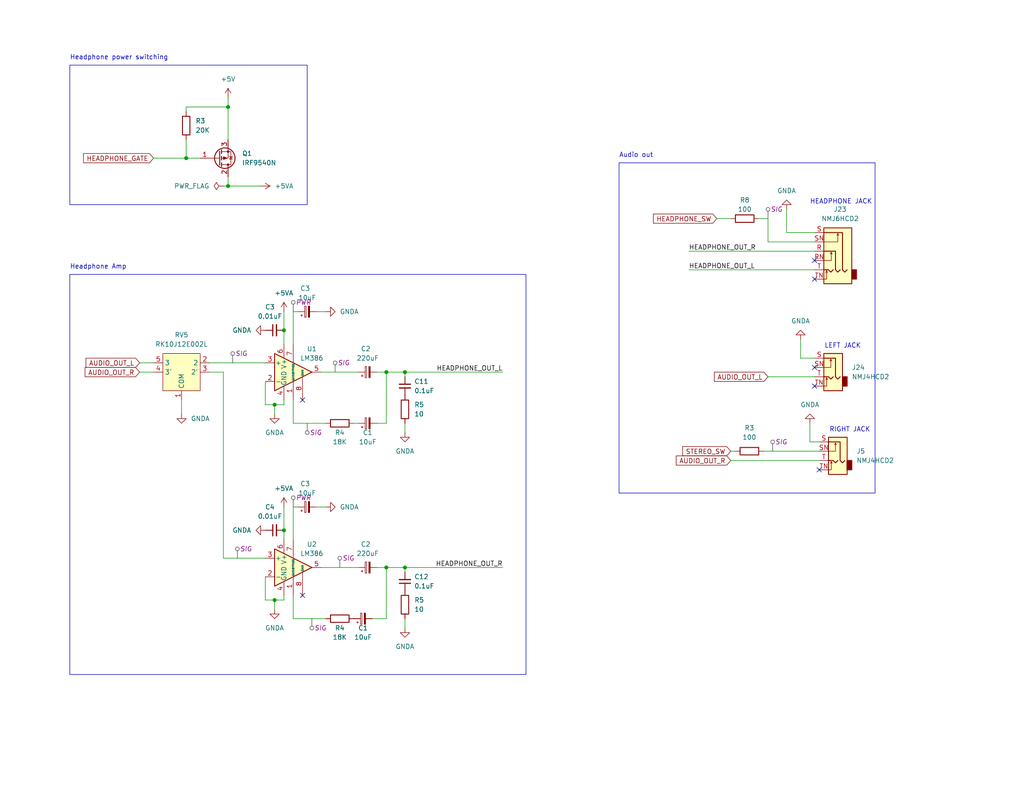
<source format=kicad_sch>
(kicad_sch (version 20230121) (generator eeschema)
  (paper "USLetter")
  (title_block (title "Olm") (date "2023-09-09") (rev "1.0") (company "Eric Max Kaplin"))
  (lib_symbols
    (symbol "Amplifier_Audio:LM386" (pin_names (offset 0.127))
      (property "Reference" "U" (at 1.27 7.62 0))
      (property "Value" "LM386" (at 1.27 5.08 0))
      (symbol "LM386_0_1"
        (polyline (pts (xy 5.08 0) (xy -5.08 5.08) (xy -5.08 -5.08) (xy 5.08 0)) (stroke (width 0.254)) (fill (type background)))
      )
      (symbol "LM386_1_1"
        (pin input line (at 0 -7.62 90) (length 5.08) (name "GAIN") (number "1"))
        (pin input line (at -7.62 -2.54 0) (length 2.54) (name "-") (number "2"))
        (pin input line (at -7.62 2.54 0) (length 2.54) (name "+") (number "3"))
        (pin power_in line (at -2.54 -7.62 90) (length 3.81) (name "GND") (number "4"))
        (pin output line (at 7.62 0 180) (length 2.54) (name "~") (number "5"))
        (pin power_in line (at -2.54 7.62 270) (length 3.81) (name "V+") (number "6"))
        (pin input line (at 0 7.62 270) (length 5.08) (name "BYPASS") (number "7"))
        (pin input line (at 2.54 -7.62 90) (length 6.35) (name "GAIN") (number "8"))
      )
    )
    (symbol "Connector:Conn_01x02_Socket" (pin_names (offset 1.016) hide)
      (property "Reference" "J" (at 0 2.54 0))
      (property "Value" "Conn_01x02_Socket" (at 0 -5.08 0))
      (symbol "Conn_01x02_Socket_1_1"
        (arc (start 0 -2.032) (mid -0.5058 -2.54) (end 0 -3.048) (stroke (width 0.1524)))
        (polyline (pts (xy -1.27 -2.54) (xy -0.508 -2.54)) (stroke (width 0.1524)))
        (polyline (pts (xy -1.27 0) (xy -0.508 0)) (stroke (width 0.1524)))
        (arc (start 0 0.508) (mid -0.5058 0) (end 0 -0.508) (stroke (width 0.1524)))
        (pin passive line (at -5.08 0 0) (length 3.81) (name "Pin_1") (number "1"))
        (pin passive line (at -5.08 -2.54 0) (length 3.81) (name "Pin_2") (number "2"))
      )
    )
    (symbol "Connector:Conn_01x03_Socket" (pin_names (offset 1.016) hide)
      (property "Reference" "J" (at 0 5.08 0))
      (property "Value" "Conn_01x03_Socket" (at 0 -5.08 0))
      (symbol "Conn_01x03_Socket_1_1"
        (arc (start 0 -2.032) (mid -0.5058 -2.54) (end 0 -3.048) (stroke (width 0.1524)))
        (polyline (pts (xy -1.27 -2.54) (xy -0.508 -2.54)) (stroke (width 0.1524)))
        (polyline (pts (xy -1.27 0) (xy -0.508 0)) (stroke (width 0.1524)))
        (polyline (pts (xy -1.27 2.54) (xy -0.508 2.54)) (stroke (width 0.1524)))
        (arc (start 0 0.508) (mid -0.5058 0) (end 0 -0.508) (stroke (width 0.1524)))
        (arc (start 0 3.048) (mid -0.5058 2.54) (end 0 2.032) (stroke (width 0.1524)))
        (pin passive line (at -5.08 2.54 0) (length 3.81) (name "Pin_1") (number "1"))
        (pin passive line (at -5.08 0 0) (length 3.81) (name "Pin_2") (number "2"))
        (pin passive line (at -5.08 -2.54 0) (length 3.81) (name "Pin_3") (number "3"))
      )
    )
    (symbol "Connector:Conn_01x08_Socket" (pin_names (offset 1.016) hide)
      (property "Reference" "J" (at 0 10.16 0))
      (property "Value" "Conn_01x08_Socket" (at 0 -12.7 0))
      (symbol "Conn_01x08_Socket_1_1"
        (arc (start 0 -9.652) (mid -0.5058 -10.16) (end 0 -10.668) (stroke (width 0.1524)))
        (arc (start 0 -7.112) (mid -0.5058 -7.62) (end 0 -8.128) (stroke (width 0.1524)))
        (arc (start 0 -4.572) (mid -0.5058 -5.08) (end 0 -5.588) (stroke (width 0.1524)))
        (arc (start 0 -2.032) (mid -0.5058 -2.54) (end 0 -3.048) (stroke (width 0.1524)))
        (polyline (pts (xy -1.27 -10.16) (xy -0.508 -10.16)) (stroke (width 0.1524)))
        (polyline (pts (xy -1.27 -7.62) (xy -0.508 -7.62)) (stroke (width 0.1524)))
        (polyline (pts (xy -1.27 -5.08) (xy -0.508 -5.08)) (stroke (width 0.1524)))
        (polyline (pts (xy -1.27 -2.54) (xy -0.508 -2.54)) (stroke (width 0.1524)))
        (polyline (pts (xy -1.27 0) (xy -0.508 0)) (stroke (width 0.1524)))
        (polyline (pts (xy -1.27 2.54) (xy -0.508 2.54)) (stroke (width 0.1524)))
        (polyline (pts (xy -1.27 5.08) (xy -0.508 5.08)) (stroke (width 0.1524)))
        (polyline (pts (xy -1.27 7.62) (xy -0.508 7.62)) (stroke (width 0.1524)))
        (arc (start 0 0.508) (mid -0.5058 0) (end 0 -0.508) (stroke (width 0.1524)))
        (arc (start 0 3.048) (mid -0.5058 2.54) (end 0 2.032) (stroke (width 0.1524)))
        (arc (start 0 5.588) (mid -0.5058 5.08) (end 0 4.572) (stroke (width 0.1524)))
        (arc (start 0 8.128) (mid -0.5058 7.62) (end 0 7.112) (stroke (width 0.1524)))
        (pin passive line (at -5.08 7.62 0) (length 3.81) (name "Pin_1") (number "1"))
        (pin passive line (at -5.08 5.08 0) (length 3.81) (name "Pin_2") (number "2"))
        (pin passive line (at -5.08 2.54 0) (length 3.81) (name "Pin_3") (number "3"))
        (pin passive line (at -5.08 0 0) (length 3.81) (name "Pin_4") (number "4"))
        (pin passive line (at -5.08 -2.54 0) (length 3.81) (name "Pin_5") (number "5"))
        (pin passive line (at -5.08 -5.08 0) (length 3.81) (name "Pin_6") (number "6"))
        (pin passive line (at -5.08 -7.62 0) (length 3.81) (name "Pin_7") (number "7"))
        (pin passive line (at -5.08 -10.16 0) (length 3.81) (name "Pin_8") (number "8"))
      )
    )
    (symbol "Connector:Conn_01x20_Socket" (pin_names (offset 1.016) hide)
      (property "Reference" "J" (at 0 25.4 0))
      (property "Value" "Conn_01x20_Socket" (at 0 -27.94 0))
      (symbol "Conn_01x20_Socket_1_1"
        (arc (start 0 -24.892) (mid -0.5058 -25.4) (end 0 -25.908) (stroke (width 0.1524)))
        (arc (start 0 -22.352) (mid -0.5058 -22.86) (end 0 -23.368) (stroke (width 0.1524)))
        (arc (start 0 -19.812) (mid -0.5058 -20.32) (end 0 -20.828) (stroke (width 0.1524)))
        (arc (start 0 -17.272) (mid -0.5058 -17.78) (end 0 -18.288) (stroke (width 0.1524)))
        (arc (start 0 -14.732) (mid -0.5058 -15.24) (end 0 -15.748) (stroke (width 0.1524)))
        (arc (start 0 -12.192) (mid -0.5058 -12.7) (end 0 -13.208) (stroke (width 0.1524)))
        (arc (start 0 -9.652) (mid -0.5058 -10.16) (end 0 -10.668) (stroke (width 0.1524)))
        (arc (start 0 -7.112) (mid -0.5058 -7.62) (end 0 -8.128) (stroke (width 0.1524)))
        (arc (start 0 -4.572) (mid -0.5058 -5.08) (end 0 -5.588) (stroke (width 0.1524)))
        (arc (start 0 -2.032) (mid -0.5058 -2.54) (end 0 -3.048) (stroke (width 0.1524)))
        (polyline (pts (xy -1.27 -25.4) (xy -0.508 -25.4)) (stroke (width 0.1524)))
        (polyline (pts (xy -1.27 -22.86) (xy -0.508 -22.86)) (stroke (width 0.1524)))
        (polyline (pts (xy -1.27 -20.32) (xy -0.508 -20.32)) (stroke (width 0.1524)))
        (polyline (pts (xy -1.27 -17.78) (xy -0.508 -17.78)) (stroke (width 0.1524)))
        (polyline (pts (xy -1.27 -15.24) (xy -0.508 -15.24)) (stroke (width 0.1524)))
        (polyline (pts (xy -1.27 -12.7) (xy -0.508 -12.7)) (stroke (width 0.1524)))
        (polyline (pts (xy -1.27 -10.16) (xy -0.508 -10.16)) (stroke (width 0.1524)))
        (polyline (pts (xy -1.27 -7.62) (xy -0.508 -7.62)) (stroke (width 0.1524)))
        (polyline (pts (xy -1.27 -5.08) (xy -0.508 -5.08)) (stroke (width 0.1524)))
        (polyline (pts (xy -1.27 -2.54) (xy -0.508 -2.54)) (stroke (width 0.1524)))
        (polyline (pts (xy -1.27 0) (xy -0.508 0)) (stroke (width 0.1524)))
        (polyline (pts (xy -1.27 2.54) (xy -0.508 2.54)) (stroke (width 0.1524)))
        (polyline (pts (xy -1.27 5.08) (xy -0.508 5.08)) (stroke (width 0.1524)))
        (polyline (pts (xy -1.27 7.62) (xy -0.508 7.62)) (stroke (width 0.1524)))
        (polyline (pts (xy -1.27 10.16) (xy -0.508 10.16)) (stroke (width 0.1524)))
        (polyline (pts (xy -1.27 12.7) (xy -0.508 12.7)) (stroke (width 0.1524)))
        (polyline (pts (xy -1.27 15.24) (xy -0.508 15.24)) (stroke (width 0.1524)))
        (polyline (pts (xy -1.27 17.78) (xy -0.508 17.78)) (stroke (width 0.1524)))
        (polyline (pts (xy -1.27 20.32) (xy -0.508 20.32)) (stroke (width 0.1524)))
        (polyline (pts (xy -1.27 22.86) (xy -0.508 22.86)) (stroke (width 0.1524)))
        (arc (start 0 0.508) (mid -0.5058 0) (end 0 -0.508) (stroke (width 0.1524)))
        (arc (start 0 3.048) (mid -0.5058 2.54) (end 0 2.032) (stroke (width 0.1524)))
        (arc (start 0 5.588) (mid -0.5058 5.08) (end 0 4.572) (stroke (width 0.1524)))
        (arc (start 0 8.128) (mid -0.5058 7.62) (end 0 7.112) (stroke (width 0.1524)))
        (arc (start 0 10.668) (mid -0.5058 10.16) (end 0 9.652) (stroke (width 0.1524)))
        (arc (start 0 13.208) (mid -0.5058 12.7) (end 0 12.192) (stroke (width 0.1524)))
        (arc (start 0 15.748) (mid -0.5058 15.24) (end 0 14.732) (stroke (width 0.1524)))
        (arc (start 0 18.288) (mid -0.5058 17.78) (end 0 17.272) (stroke (width 0.1524)))
        (arc (start 0 20.828) (mid -0.5058 20.32) (end 0 19.812) (stroke (width 0.1524)))
        (arc (start 0 23.368) (mid -0.5058 22.86) (end 0 22.352) (stroke (width 0.1524)))
        (pin passive line (at -5.08 22.86 0) (length 3.81) (name "Pin_1") (number "1"))
        (pin passive line (at -5.08 0 0) (length 3.81) (name "Pin_10") (number "10"))
        (pin passive line (at -5.08 -2.54 0) (length 3.81) (name "Pin_11") (number "11"))
        (pin passive line (at -5.08 -5.08 0) (length 3.81) (name "Pin_12") (number "12"))
        (pin passive line (at -5.08 -7.62 0) (length 3.81) (name "Pin_13") (number "13"))
        (pin passive line (at -5.08 -10.16 0) (length 3.81) (name "Pin_14") (number "14"))
        (pin passive line (at -5.08 -12.7 0) (length 3.81) (name "Pin_15") (number "15"))
        (pin passive line (at -5.08 -15.24 0) (length 3.81) (name "Pin_16") (number "16"))
        (pin passive line (at -5.08 -17.78 0) (length 3.81) (name "Pin_17") (number "17"))
        (pin passive line (at -5.08 -20.32 0) (length 3.81) (name "Pin_18") (number "18"))
        (pin passive line (at -5.08 -22.86 0) (length 3.81) (name "Pin_19") (number "19"))
        (pin passive line (at -5.08 20.32 0) (length 3.81) (name "Pin_2") (number "2"))
        (pin passive line (at -5.08 -25.4 0) (length 3.81) (name "Pin_20") (number "20"))
        (pin passive line (at -5.08 17.78 0) (length 3.81) (name "Pin_3") (number "3"))
        (pin passive line (at -5.08 15.24 0) (length 3.81) (name "Pin_4") (number "4"))
        (pin passive line (at -5.08 12.7 0) (length 3.81) (name "Pin_5") (number "5"))
        (pin passive line (at -5.08 10.16 0) (length 3.81) (name "Pin_6") (number "6"))
        (pin passive line (at -5.08 7.62 0) (length 3.81) (name "Pin_7") (number "7"))
        (pin passive line (at -5.08 5.08 0) (length 3.81) (name "Pin_8") (number "8"))
        (pin passive line (at -5.08 2.54 0) (length 3.81) (name "Pin_9") (number "9"))
      )
    )
    (symbol "Connector_Generic:Conn_02x04_Counter_Clockwise" (pin_names (offset 1.016) hide)
      (property "Reference" "J" (at 1.27 5.08 0))
      (property "Value" "Conn_02x04_Counter_Clockwise" (at 1.27 -7.62 0))
      (symbol "Conn_02x04_Counter_Clockwise_1_1"
        (rectangle (start -1.27 -4.953) (end 0 -5.207) (stroke (width 0.1524)))
        (rectangle (start -1.27 -2.413) (end 0 -2.667) (stroke (width 0.1524)))
        (rectangle (start -1.27 0.127) (end 0 -0.127) (stroke (width 0.1524)))
        (rectangle (start -1.27 2.667) (end 0 2.413) (stroke (width 0.1524)))
        (rectangle (start -1.27 3.81) (end 3.81 -6.35) (stroke (width 0.254)) (fill (type background)))
        (rectangle (start 3.81 -4.953) (end 2.54 -5.207) (stroke (width 0.1524)))
        (rectangle (start 3.81 -2.413) (end 2.54 -2.667) (stroke (width 0.1524)))
        (rectangle (start 3.81 0.127) (end 2.54 -0.127) (stroke (width 0.1524)))
        (rectangle (start 3.81 2.667) (end 2.54 2.413) (stroke (width 0.1524)))
        (pin passive line (at -5.08 2.54 0) (length 3.81) (name "Pin_1") (number "1"))
        (pin passive line (at -5.08 0 0) (length 3.81) (name "Pin_2") (number "2"))
        (pin passive line (at -5.08 -2.54 0) (length 3.81) (name "Pin_3") (number "3"))
        (pin passive line (at -5.08 -5.08 0) (length 3.81) (name "Pin_4") (number "4"))
        (pin passive line (at 7.62 -5.08 180) (length 3.81) (name "Pin_5") (number "5"))
        (pin passive line (at 7.62 -2.54 180) (length 3.81) (name "Pin_6") (number "6"))
        (pin passive line (at 7.62 0 180) (length 3.81) (name "Pin_7") (number "7"))
        (pin passive line (at 7.62 2.54 180) (length 3.81) (name "Pin_8") (number "8"))
      )
    )
    (symbol "Device:C_Polarized_Small" (pin_numbers hide) (pin_names (offset 0.254) hide)
      (property "Reference" "C" (at 0.254 1.778 0))
      (property "Value" "C_Polarized_Small" (at 0.254 -2.032 0))
      (symbol "C_Polarized_Small_0_1"
        (rectangle (start -1.524 -0.3048) (end 1.524 -0.6858) (fill (type outline)))
        (rectangle (start -1.524 0.6858) (end 1.524 0.3048))
        (polyline (pts (xy -1.27 1.524) (xy -0.762 1.524)))
        (polyline (pts (xy -1.016 1.27) (xy -1.016 1.778)))
      )
      (symbol "C_Polarized_Small_1_1"
        (pin passive line (at 0 2.54 270) (length 1.8542) (name "~") (number "1"))
        (pin passive line (at 0 -2.54 90) (length 1.8542) (name "~") (number "2"))
      )
    )
    (symbol "Device:C_Small" (pin_numbers hide) (pin_names (offset 0.254) hide)
      (property "Reference" "C" (at 0.254 1.778 0))
      (property "Value" "C_Small" (at 0.254 -2.032 0))
      (symbol "C_Small_0_1"
        (polyline (pts (xy -1.524 -0.508) (xy 1.524 -0.508)) (stroke (width 0.3302)))
        (polyline (pts (xy -1.524 0.508) (xy 1.524 0.508)) (stroke (width 0.3048)))
      )
      (symbol "C_Small_1_1"
        (pin passive line (at 0 2.54 270) (length 2.032) (name "~") (number "1"))
        (pin passive line (at 0 -2.54 90) (length 2.032) (name "~") (number "2"))
      )
    )
    (symbol "Device:R" (pin_numbers hide) (pin_names (offset 0))
      (property "Reference" "R" (at 2.032 0 90))
      (property "Value" "R" (at 0 0 90))
      (symbol "R_0_1"
        (rectangle (start -1.016 -2.54) (end 1.016 2.54) (stroke (width 0.254)))
      )
      (symbol "R_1_1"
        (pin passive line (at 0 3.81 270) (length 1.27) (name "~") (number "1"))
        (pin passive line (at 0 -3.81 90) (length 1.27) (name "~") (number "2"))
      )
    )
    (symbol "Device:R_Potentiometer" (pin_names (offset 1.016) hide)
      (property "Reference" "RV" (at -4.445 0 90))
      (property "Value" "R_Potentiometer" (at -2.54 0 90))
      (symbol "R_Potentiometer_0_1"
        (polyline (pts (xy 2.54 0) (xy 1.524 0)))
        (polyline (pts (xy 1.143 0) (xy 2.286 0.508) (xy 2.286 -0.508) (xy 1.143 0)) (fill (type outline)))
        (rectangle (start 1.016 2.54) (end -1.016 -2.54) (stroke (width 0.254)))
      )
      (symbol "R_Potentiometer_1_1"
        (pin passive line (at 0 3.81 270) (length 1.27) (name "1") (number "1"))
        (pin passive line (at 3.81 0 180) (length 1.27) (name "2") (number "2"))
        (pin passive line (at 0 -3.81 90) (length 1.27) (name "3") (number "3"))
      )
    )
    (symbol "Switch:SW_Push" (pin_numbers hide) (pin_names (offset 1.016) hide)
      (property "Reference" "SW" (at 1.27 2.54 0))
      (property "Value" "SW_Push" (at 0 -1.524 0))
      (symbol "SW_Push_0_1"
        (circle (center -2.032 0) (radius 0.508))
        (polyline (pts (xy 0 1.27) (xy 0 3.048)))
        (polyline (pts (xy 2.54 1.27) (xy -2.54 1.27)))
        (circle (center 2.032 0) (radius 0.508))
        (pin passive line (at -5.08 0 0) (length 2.54) (name "1") (number "1"))
        (pin passive line (at 5.08 0 180) (length 2.54) (name "2") (number "2"))
      )
    )
    (symbol "Transistor_FET:IRF9540N" (pin_names hide)
      (property "Reference" "Q" (at 5.08 1.905 0))
      (property "Value" "IRF9540N" (at 5.08 0 0))
      (symbol "IRF9540N_0_1"
        (polyline (pts (xy 0.254 0) (xy -2.54 0)))
        (polyline (pts (xy 0.254 1.905) (xy 0.254 -1.905)) (stroke (width 0.254)))
        (polyline (pts (xy 0.762 -1.27) (xy 0.762 -2.286)) (stroke (width 0.254)))
        (polyline (pts (xy 0.762 0.508) (xy 0.762 -0.508)) (stroke (width 0.254)))
        (polyline (pts (xy 0.762 2.286) (xy 0.762 1.27)) (stroke (width 0.254)))
        (polyline (pts (xy 2.54 2.54) (xy 2.54 1.778)))
        (polyline (pts (xy 2.54 -2.54) (xy 2.54 0) (xy 0.762 0)))
        (polyline (pts (xy 0.762 1.778) (xy 3.302 1.778) (xy 3.302 -1.778) (xy 0.762 -1.778)))
        (polyline (pts (xy 2.286 0) (xy 1.27 0.381) (xy 1.27 -0.381) (xy 2.286 0)) (fill (type outline)))
        (polyline (pts (xy 2.794 -0.508) (xy 2.921 -0.381) (xy 3.683 -0.381) (xy 3.81 -0.254)))
        (polyline (pts (xy 3.302 -0.381) (xy 2.921 0.254) (xy 3.683 0.254) (xy 3.302 -0.381)))
        (circle (center 1.651 0) (radius 2.794) (stroke (width 0.254)))
        (circle (center 2.54 -1.778) (radius 0.254) (fill (type outline)))
        (circle (center 2.54 1.778) (radius 0.254) (fill (type outline)))
      )
      (symbol "IRF9540N_1_1"
        (pin input line (at -5.08 0 0) (length 2.54) (name "G") (number "1"))
        (pin passive line (at 2.54 5.08 270) (length 2.54) (name "D") (number "2"))
        (pin passive line (at 2.54 -5.08 90) (length 2.54) (name "S") (number "3"))
      )
    )
    (symbol "UserLib:NMJ4HCD2"
      (property "Reference" "J24" (at -0.635 11.43 0))
      (property "Value" "NMJ4HCD2" (at -0.635 8.89 0))
      (symbol "NMJ4HCD2_0_1"
        (rectangle (start -2.54 0) (end -3.81 -2.54) (stroke (width 0.254)) (fill (type outline)))
        (rectangle (start 2.54 6.35) (end -2.54 -3.81) (stroke (width 0.254)) (fill (type background)))
      )
      (symbol "NMJ4HCD2_1_1"
        (polyline (pts (xy 0.635 4.826) (xy 0.889 4.318)))
        (polyline (pts (xy 1.778 -0.254) (xy 2.032 -0.762)))
        (polyline (pts (xy 0 0) (xy 0.635 -0.635) (xy 1.27 0) (xy 2.54 0)) (stroke (width 0.254)))
        (polyline (pts (xy 2.54 -2.54) (xy 1.778 -2.54) (xy 1.778 -0.254) (xy 1.524 -0.762)))
        (polyline (pts (xy 2.54 2.54) (xy 0.635 2.54) (xy 0.635 4.826) (xy 0.381 4.318)))
        (polyline (pts (xy 2.54 5.08) (xy -0.635 5.08) (xy -0.635 0) (xy -1.27 -0.635) (xy -1.905 0)) (stroke (width 0.254)))
        (pin passive line (at 5.08 5.08 180) (length 2.54) (name "~") (number "S"))
        (pin passive line (at 5.08 2.54 180) (length 2.54) (name "~") (number "SN"))
        (pin passive line (at 5.08 0 180) (length 2.54) (name "~") (number "T"))
        (pin passive line (at 5.08 -2.54 180) (length 2.54) (name "~") (number "TN"))
      )
    )
    (symbol "UserLib:NMJ6HCD2"
      (property "Reference" "J6" (at -1.905 11.43 0))
      (property "Value" "NMJ6HCD2" (at -1.905 8.89 0))
      (symbol "NMJ6HCD2_0_1"
        (rectangle (start -5.08 -5.08) (end -6.35 -7.62) (stroke (width 0.254)) (fill (type outline)))
        (rectangle (start -5.08 6.35) (end 2.54 -8.89) (stroke (width 0.254)) (fill (type background)))
        (polyline (pts (xy -1.27 4.826) (xy -1.016 4.318)))
        (polyline (pts (xy 0.508 -0.254) (xy 0.762 -0.762)))
        (polyline (pts (xy 1.778 -5.334) (xy 2.032 -5.842)))
        (polyline (pts (xy 0 -5.08) (xy 0.635 -5.715) (xy 1.27 -5.08) (xy 2.54 -5.08)) (stroke (width 0.254)))
        (polyline (pts (xy 2.54 -7.62) (xy 1.778 -7.62) (xy 1.778 -5.334) (xy 1.524 -5.842)))
        (polyline (pts (xy 2.54 -2.54) (xy 0.508 -2.54) (xy 0.508 -0.254) (xy 0.254 -0.762)))
        (polyline (pts (xy 2.54 2.54) (xy -1.27 2.54) (xy -1.27 4.826) (xy -1.524 4.318)))
        (polyline (pts (xy -1.905 -5.08) (xy -1.27 -5.715) (xy -0.635 -5.08) (xy -0.635 0) (xy 2.54 0)) (stroke (width 0.254)))
        (polyline (pts (xy 2.54 5.08) (xy -2.54 5.08) (xy -2.54 -5.08) (xy -3.175 -5.715) (xy -3.81 -5.08)) (stroke (width 0.254)))
      )
      (symbol "NMJ6HCD2_1_1"
        (pin passive line (at 5.08 0 180) (length 2.54) (name "~") (number "R"))
        (pin passive line (at 5.08 -2.54 180) (length 2.54) (name "~") (number "RN"))
        (pin passive line (at 5.08 5.08 180) (length 2.54) (name "~") (number "S"))
        (pin passive line (at 5.08 2.54 180) (length 2.54) (name "~") (number "SN"))
        (pin passive line (at 5.08 -5.08 180) (length 2.54) (name "~") (number "T"))
        (pin passive line (at 5.08 -7.62 180) (length 2.54) (name "~") (number "TN"))
      )
    )
    (symbol "UserLib:RK10J12E002L"
      (property "Reference" "RV" (at 0 2.54 0))
      (property "Value" "RK10J12E002L" (at 0 0 0))
      (symbol "RK10J12E002L_1_1"
        (rectangle (start -5.08 -1.27) (end 5.08 -11.43) (fill (type background)))
        (pin passive line (at 0 -13.97 90) (length 2.54) (name "COM") (number "1"))
        (pin passive line (at 7.62 -3.81 180) (length 2.54) (name "2") (number "2"))
        (pin passive line (at 7.62 -6.35 180) (length 2.54) (name "2'") (number "3"))
        (pin passive line (at -7.62 -6.35 0) (length 2.54) (name "3'") (number "4"))
        (pin passive line (at -7.62 -3.81 0) (length 2.54) (name "3") (number "5"))
      )
    )
    (symbol "power:+5V" (power) (pin_names (offset 0))
      (property "Value" "+5V" (at 0 3.556 0))
      (symbol "+5V_0_1"
        (polyline (pts (xy -0.762 1.27) (xy 0 2.54)))
        (polyline (pts (xy 0 0) (xy 0 2.54)))
        (polyline (pts (xy 0 2.54) (xy 0.762 1.27)))
      )
      (symbol "+5V_1_1"
        (pin power_in line (at 0 0 90) (length 0) hide (name "+5V") (number "1"))
      )
    )
    (symbol "power:+5VA" (power) (pin_names (offset 0))
      (property "Value" "+5VA" (at 0 3.556 0))
      (symbol "+5VA_0_1"
        (polyline (pts (xy -0.762 1.27) (xy 0 2.54)))
        (polyline (pts (xy 0 0) (xy 0 2.54)))
        (polyline (pts (xy 0 2.54) (xy 0.762 1.27)))
      )
      (symbol "+5VA_1_1"
        (pin power_in line (at 0 0 90) (length 0) hide (name "+5VA") (number "1"))
      )
    )
    (symbol "power:GNDA" (power) (pin_names (offset 0))
      (property "Value" "GNDA" (at 0 -3.81 0))
      (symbol "GNDA_0_1"
        (polyline (pts (xy 0 0) (xy 0 -1.27) (xy 1.27 -1.27) (xy 0 -2.54) (xy -1.27 -1.27) (xy 0 -1.27)))
      )
      (symbol "GNDA_1_1"
        (pin power_in line (at 0 0 270) (length 0) hide (name "GNDA") (number "1"))
      )
    )
    (symbol "power:PWR_FLAG" (power) (pin_numbers hide) (pin_names (offset 0) hide)
      (property "Value" "PWR_FLAG" (at 0 3.81 0))
      (symbol "PWR_FLAG_0_0"
        (pin power_out line (at 0 0 90) (length 0) (name "pwr") (number "1"))
      )
      (symbol "PWR_FLAG_0_1"
        (polyline (pts (xy 0 0) (xy 0 1.27) (xy -1.016 1.905) (xy 0 2.54) (xy 1.016 1.905) (xy 0 1.27)))
      )
    )
  )
  (junction (at 74.93 110.49))
  (junction (at 105.41 101.6))
  (junction (at 62.23 29.21))
  (junction (at 105.41 154.94))
  (junction (at 74.93 163.83))
  (junction (at 77.47 144.78))
  (junction (at 62.23 50.8))
  (junction (at 110.49 101.6))
  (junction (at 77.47 90.17))
  (junction (at 110.49 154.94))
  (junction (at 50.8 43.18))
  (no_connect (at 448.31 260.35))
  (no_connect (at 478.79 250.19))
  (no_connect (at 387.35 220.98))
  (no_connect (at 478.79 212.09))
  (no_connect (at 222.25 105.41))
  (no_connect (at 387.35 213.36))
  (no_connect (at 360.68 217.17))
  (no_connect (at 448.31 257.81))
  (no_connect (at 368.3 214.63))
  (no_connect (at 448.31 255.27))
  (no_connect (at 398.78 219.71))
  (no_connect (at 420.37 217.17))
  (no_connect (at 420.37 212.09))
  (no_connect (at 398.78 214.63))
  (no_connect (at 420.37 229.87))
  (no_connect (at 478.79 247.65))
  (no_connect (at 478.79 234.95))
  (no_connect (at 337.82 214.63))
  (no_connect (at 326.39 213.36))
  (no_connect (at 533.4 220.98))
  (no_connect (at 478.79 245.11))
  (no_connect (at 398.78 217.17))
  (no_connect (at 530.86 220.98))
  (no_connect (at 478.79 260.35))
  (no_connect (at 330.2 217.17))
  (no_connect (at 478.79 242.57))
  (no_connect (at 448.31 214.63))
  (no_connect (at 533.4 218.44))
  (no_connect (at 356.87 213.36))
  (no_connect (at 420.37 222.25))
  (no_connect (at 82.55 162.56))
  (no_connect (at 448.31 217.17))
  (no_connect (at 368.3 219.71))
  (no_connect (at 518.16 223.52))
  (no_connect (at 222.25 100.33))
  (no_connect (at 391.16 217.17))
  (no_connect (at 478.79 227.33))
  (no_connect (at 518.16 215.9))
  (no_connect (at 448.31 222.25))
  (no_connect (at 448.31 224.79))
  (no_connect (at 530.86 215.9))
  (no_connect (at 546.1 218.44))
  (no_connect (at 448.31 212.09))
  (no_connect (at 546.1 223.52))
  (no_connect (at 448.31 252.73))
  (no_connect (at 546.1 215.9))
  (no_connect (at 448.31 229.87))
  (no_connect (at 530.86 223.52))
  (no_connect (at 546.1 220.98))
  (no_connect (at 478.79 257.81))
  (no_connect (at 448.31 245.11))
  (no_connect (at 533.4 223.52))
  (no_connect (at 478.79 229.87))
  (no_connect (at 368.3 217.17))
  (no_connect (at 448.31 234.95))
  (no_connect (at 518.16 220.98))
  (no_connect (at 420.37 224.79))
  (no_connect (at 448.31 247.65))
  (no_connect (at 478.79 219.71))
  (no_connect (at 448.31 250.19))
  (no_connect (at 448.31 232.41))
  (no_connect (at 478.79 237.49))
  (no_connect (at 448.31 240.03))
  (no_connect (at 478.79 217.17))
  (no_connect (at 356.87 220.98))
  (no_connect (at 448.31 237.49))
  (no_connect (at 478.79 252.73))
  (no_connect (at 223.52 128.27))
  (no_connect (at 222.25 76.2))
  (no_connect (at 222.25 71.12))
  (no_connect (at 478.79 224.79))
  (no_connect (at 82.55 109.22))
  (no_connect (at 478.79 240.03))
  (no_connect (at 448.31 219.71))
  (no_connect (at 337.82 219.71))
  (no_connect (at 420.37 227.33))
  (no_connect (at 448.31 242.57))
  (no_connect (at 448.31 227.33))
  (no_connect (at 530.86 218.44))
  (no_connect (at 420.37 219.71))
  (no_connect (at 326.39 220.98))
  (no_connect (at 533.4 215.9))
  (no_connect (at 478.79 232.41))
  (no_connect (at 420.37 214.63))
  (no_connect (at 337.82 217.17))
  (no_connect (at 478.79 214.63))
  (no_connect (at 478.79 222.25))
  (no_connect (at 478.79 255.27))
  (no_connect (at 518.16 218.44))
  (wire (pts (xy 60.96 101.6) (xy 57.15 101.6)))
  (wire (pts (xy 62.23 29.21) (xy 62.23 26.67)))
  (wire (pts (xy 110.49 154.94) (xy 110.49 156.21)))
  (wire (pts (xy 72.39 104.14) (xy 72.39 110.49)))
  (wire (pts (xy 222.25 102.87) (xy 209.55 102.87)))
  (wire (pts (xy 207.01 59.69) (xy 209.55 59.69)))
  (wire (pts (xy 74.93 113.03) (xy 74.93 110.49)))
  (wire (pts (xy 97.79 154.94) (xy 87.63 154.94)))
  (wire (pts (xy 77.47 163.83) (xy 77.47 162.56)))
  (wire (pts (xy 214.63 57.15) (xy 214.63 63.5)))
  (wire (pts (xy 187.96 68.58) (xy 222.25 68.58)))
  (wire (pts (xy 195.58 59.69) (xy 199.39 59.69)))
  (wire (pts (xy 105.41 154.94) (xy 105.41 168.91)))
  (wire (pts (xy 199.39 123.19) (xy 200.66 123.19)))
  (wire (pts (xy 218.44 92.71) (xy 218.44 97.79)))
  (wire (pts (xy 105.41 101.6) (xy 105.41 115.57)))
  (wire (pts (xy 214.63 63.5) (xy 222.25 63.5)))
  (wire (pts (xy 293.37 219.71) (xy 308.61 219.71)))
  (wire (pts (xy 110.49 154.94) (xy 137.16 154.94)))
  (wire (pts (xy 88.9 85.09) (xy 86.36 85.09)))
  (wire (pts (xy 88.9 138.43) (xy 86.36 138.43)))
  (wire (pts (xy 105.41 101.6) (xy 110.49 101.6)))
  (wire (pts (xy 80.01 138.43) (xy 81.28 138.43)))
  (wire (pts (xy 72.39 157.48) (xy 72.39 163.83)))
  (wire (pts (xy 41.91 43.18) (xy 50.8 43.18)))
  (wire (pts (xy 97.79 101.6) (xy 87.63 101.6)))
  (wire (pts (xy 223.52 120.65) (xy 220.98 120.65)))
  (wire (pts (xy 62.23 48.26) (xy 62.23 50.8)))
  (wire (pts (xy 110.49 118.11) (xy 110.49 115.57)))
  (wire (pts (xy 220.98 120.65) (xy 220.98 115.57)))
  (wire (pts (xy 80.01 85.09) (xy 81.28 85.09)))
  (wire (pts (xy 77.47 110.49) (xy 77.47 109.22)))
  (wire (pts (xy 38.1 99.06) (xy 41.91 99.06)))
  (wire (pts (xy 208.28 123.19) (xy 223.52 123.19)))
  (wire (pts (xy 62.23 38.1) (xy 62.23 29.21)))
  (wire (pts (xy 72.39 110.49) (xy 74.93 110.49)))
  (wire (pts (xy 60.96 50.8) (xy 62.23 50.8)))
  (wire (pts (xy 60.96 152.4) (xy 72.39 152.4)))
  (wire (pts (xy 60.96 101.6) (xy 60.96 152.4)))
  (wire (pts (xy 102.87 101.6) (xy 105.41 101.6)))
  (wire (pts (xy 209.55 66.04) (xy 222.25 66.04)))
  (wire (pts (xy 102.87 115.57) (xy 105.41 115.57)))
  (wire (pts (xy 80.01 115.57) (xy 80.01 109.22)))
  (wire (pts (xy 72.39 163.83) (xy 74.93 163.83)))
  (wire (pts (xy 218.44 97.79) (xy 222.25 97.79)))
  (wire (pts (xy 80.01 168.91) (xy 88.9 168.91)))
  (wire (pts (xy 101.6 168.91) (xy 105.41 168.91)))
  (wire (pts (xy 49.53 113.03) (xy 49.53 109.22)))
  (wire (pts (xy 74.93 166.37) (xy 74.93 163.83)))
  (wire (pts (xy 105.41 154.94) (xy 110.49 154.94)))
  (wire (pts (xy 102.87 154.94) (xy 105.41 154.94)))
  (wire (pts (xy 77.47 144.78) (xy 77.47 147.32)))
  (wire (pts (xy 50.8 29.21) (xy 62.23 29.21)))
  (wire (pts (xy 97.79 115.57) (xy 96.52 115.57)))
  (wire (pts (xy 110.49 102.87) (xy 110.49 101.6)))
  (wire (pts (xy 77.47 85.09) (xy 77.47 90.17)))
  (wire (pts (xy 50.8 43.18) (xy 54.61 43.18)))
  (wire (pts (xy 74.93 163.83) (xy 77.47 163.83)))
  (wire (pts (xy 80.01 115.57) (xy 88.9 115.57)))
  (wire (pts (xy 77.47 138.43) (xy 77.47 144.78)))
  (wire (pts (xy 303.53 217.17) (xy 308.61 217.17)))
  (wire (pts (xy 57.15 99.06) (xy 72.39 99.06)))
  (wire (pts (xy 209.55 59.69) (xy 209.55 66.04)))
  (wire (pts (xy 80.01 147.32) (xy 80.01 138.43)))
  (wire (pts (xy 62.23 50.8) (xy 71.12 50.8)))
  (wire (pts (xy 50.8 38.1) (xy 50.8 43.18)))
  (wire (pts (xy 199.39 125.73) (xy 223.52 125.73)))
  (wire (pts (xy 187.96 73.66) (xy 222.25 73.66)))
  (wire (pts (xy 38.1 101.6) (xy 41.91 101.6)))
  (wire (pts (xy 80.01 162.56) (xy 80.01 168.91)))
  (wire (pts (xy 80.01 93.98) (xy 80.01 85.09)))
  (wire (pts (xy 74.93 110.49) (xy 77.47 110.49)))
  (wire (pts (xy 110.49 101.6) (xy 137.16 101.6)))
  (wire (pts (xy 77.47 90.17) (xy 77.47 93.98)))
  (wire (pts (xy 293.37 217.17) (xy 293.37 219.71)))
  (wire (pts (xy 50.8 30.48) (xy 50.8 29.21)))
  (wire (pts (xy 110.49 171.45) (xy 110.49 168.91)))
  (rectangle (start 283.21 207.01) (end 412.75 227.33))
  (rectangle (start 415.29 207.01) (end 506.73 264.16))
  (rectangle (start 513.08 207.01) (end 549.91 227.33))
  (rectangle (start 19.05 17.78) (end 83.82 55.88))
  (rectangle (start 19.05 74.93) (end 143.51 184.15))
  (rectangle (start 168.91 44.45) (end 238.76 134.62))
  (text_box "This exists just to keep the BOM accurate, it's not on the schematic because it is indicated to be built multiple times." (at 289.56 189.23 0) (size 30.48 13.97) (fill (type color) (color 232 255 201 1)) (effects (font (size 1.27 1.27)) (justify left top)))
  (text "RIGHT JACK" (at 237.49 118.11 0) (effects (font (size 1.27 1.27)) (justify right bottom)))
  (text "Audio out\n" (at 168.91 43.18 0) (effects (font (size 1.27 1.27)) (justify left bottom)))
  (text "HEADPHONE JACK" (at 220.98 55.88 0) (effects (font (size 1.27 1.27)) (justify left bottom)))
  (text "Headphone Amp\n" (at 19.05 73.66 0) (effects (font (size 1.27 1.27)) (justify left bottom)))
  (text "LEFT JACK" (at 234.95 95.25 0) (effects (font (size 1.27 1.27)) (justify right bottom)))
  (text "Headphone power switching" (at 19.05 16.51 0) (effects (font (size 1.27 1.27)) (justify left bottom)))
  (label "HEADPHONE_OUT_R" (at 187.96 68.58 0))
  (label "HEADPHONE_OUT_L" (at 187.96 73.66 0))
  (label "HEADPHONE_OUT_L" (at 137.16 101.6 180))
  (label "HEADPHONE_OUT_R" (at 137.16 154.94 180))
  (global_label "HEADPHONE_GATE" (shape input) (at 41.91 43.18 180) (property "Intersheetrefs" "${INTERSHEET_REFS}" (effects hide)))
  (global_label "HEADPHONE_SW" (shape input) (at 195.58 59.69 180) (property "Intersheetrefs" "${INTERSHEET_REFS}" (effects hide)))
  (global_label "AUDIO_OUT_L" (shape input) (at 209.55 102.87 180) (property "Intersheetrefs" "${INTERSHEET_REFS}" (effects hide)))
  (global_label "STEREO_SW" (shape input) (at 199.39 123.19 180) (property "Intersheetrefs" "${INTERSHEET_REFS}" (effects hide)))
  (global_label "AUDIO_OUT_L" (shape input) (at 38.1 99.06 180) (property "Intersheetrefs" "${INTERSHEET_REFS}" (effects hide)))
  (global_label "AUDIO_OUT_R" (shape input) (at 199.39 125.73 180) (property "Intersheetrefs" "${INTERSHEET_REFS}" (effects hide)))
  (global_label "AUDIO_OUT_R" (shape input) (at 38.1 101.6 180) (property "Intersheetrefs" "${INTERSHEET_REFS}" (effects hide)))
  (netclass_flag "" (length 2.54) (shape round) (at 80.01 138.43 0) (property "Netclass" "PWR" (at 80.7085 135.89 0) (effects (font italic) (justify left))))
  (netclass_flag "" (length 2.54) (shape round) (at 210.82 123.19 0) (property "Netclass" "SIG" (at 211.5185 120.65 0) (effects (font italic) (justify left))))
  (netclass_flag "" (length 2.54) (shape round) (at 209.55 59.69 0) (property "Netclass" "SIG" (at 210.2485 57.15 0) (effects (font italic) (justify left))))
  (netclass_flag "" (length 2.54) (shape round) (at 92.71 154.94 0) (property "Netclass" "SIG" (at 93.4085 152.4 0) (effects (font italic) (justify left))))
  (netclass_flag "" (length 2.54) (shape round) (at 63.5 99.06 0) (property "Netclass" "SIG" (at 64.1985 96.52 0) (effects (font italic) (justify left))))
  (netclass_flag "" (length 2.54) (shape round) (at 64.77 152.4 0) (property "Netclass" "SIG" (at 65.4685 149.86 0) (effects (font italic) (justify left))))
  (netclass_flag "" (length 2.54) (shape round) (at 85.09 168.91 180) (property "Netclass" "SIG" (at 85.7885 171.45 0) (effects (font italic) (justify left))))
  (netclass_flag "" (length 2.54) (shape round) (at 83.82 115.57 180) (property "Netclass" "SIG" (at 84.5185 118.11 0) (effects (font italic) (justify left))))
  (netclass_flag "" (length 2.54) (shape round) (at 80.01 85.09 0) (property "Netclass" "PWR" (at 80.7085 82.55 0) (effects (font italic) (justify left))))
  (netclass_flag "" (length 2.54) (shape round) (at 91.44 101.6 0) (property "Netclass" "SIG" (at 92.1385 99.06 0) (effects (font italic) (justify left))))
  (symbol (lib_id "power:GNDA") (at 110.49 118.11 0) (unit 1)
    (property "Reference" "#PWR030" (effects hide))
    (property "Value" "GNDA" (at 110.49 123.19 0))
  )
  (symbol (lib_id "Device:C_Polarized_Small") (at 100.33 101.6 90) (unit 1)
    (property "Reference" "C2" (at 99.7839 95.25 90))
    (property "Value" "220uF" (at 100.33 97.79 90))
    (property "Footprint" "Capacitor_THT:CP_Radial_D6.3mm_P2.50mm" (effects hide))
    (instances (project "olm" (path "" (reference "C2") (unit 1)) (path "" (reference "C8") (unit 1))))
  )
  (symbol (lib_id "Device:C_Polarized_Small") (at 83.82 138.43 90) (unit 1)
    (property "Reference" "C3" (at 83.2739 132.08 90))
    (property "Value" "10uF" (at 83.82 134.62 90))
    (property "Footprint" "Capacitor_THT:CP_Radial_D4.0mm_P2.00mm" (effects hide))
    (instances (project "olm" (path "" (reference "C3") (unit 1)) (path "" (reference "C6") (unit 1))))
  )
  (symbol (lib_id "Device:R") (at 110.49 111.76 0) (unit 1)
    (property "Reference" "R5" (at 113.03 110.49 0) (effects (justify left)))
    (property "Value" "10" (at 113.03 113.03 0) (effects (justify left)))
    (property "Footprint" "Resistor_THT:R_Axial_DIN0207_L6.3mm_D2.5mm_P7.62mm_Horizontal" (effects hide))
    (instances (project "olm" (path "" (reference "R5") (unit 1)) (path "" (reference "R6") (unit 1))))
  )
  (symbol (lib_id "power:GNDA") (at 220.98 115.57 180) (unit 1)
    (property "Reference" "#PWR034" (effects hide))
    (property "Value" "GNDA" (at 220.98 110.49 0))
  )
  (symbol (lib_id "power:PWR_FLAG") (at 60.96 50.8 90) (unit 1)
    (property "Reference" "#FLG03" (effects hide))
    (property "Value" "PWR_FLAG" (at 57.15 50.8 90) (effects (justify left)))
  )
  (symbol (lib_id "Connector_Generic:Conn_02x04_Counter_Clockwise") (at 523.24 218.44 0) (unit 1) (on_board no)
    (property "Reference" "J21" (at 524.51 209.55 0))
    (property "Value" "DIP-8 Socket" (at 524.51 212.09 0))
    (property "Footprint" "Package_DIP:DIP-8_W7.62mm_Socket" (effects hide))
    (property "Sim.Enable" "0" (effects hide))
  )
  (symbol (lib_id "power:+5VA") (at 77.47 138.43 0) (unit 1)
    (property "Reference" "#PWR026" (effects hide))
    (property "Value" "+5VA" (at 77.47 133.35 0))
  )
  (symbol (lib_id "power:GNDA") (at 49.53 113.03 0) (unit 1)
    (property "Reference" "#PWR019" (effects hide))
    (property "Value" "GNDA" (at 52.07 114.3 0) (effects (justify left)))
  )
  (symbol (lib_id "power:GNDA") (at 214.63 57.15 180) (unit 1)
    (property "Reference" "#PWR032" (effects hide))
    (property "Value" "GNDA" (at 214.63 52.07 0))
  )
  (symbol (lib_id "power:GNDA") (at 72.39 144.78 270) (unit 1)
    (property "Reference" "#PWR011" (effects hide))
    (property "Value" "GNDA" (at 68.58 144.78 90) (effects (justify right)))
  )
  (symbol (lib_id "Transistor_FET:IRF9540N") (at 59.69 43.18 0) (mirror x) (unit 1)
    (property "Reference" "Q1" (at 66.04 41.91 0) (effects (justify left)))
    (property "Value" "IRF9540N" (at 66.04 44.45 0) (effects (justify left)))
    (property "Footprint" "Package_TO_SOT_THT:TO-220-3_Vertical" (effects hide))
    (property "Datasheet" "http://www.irf.com/product-info/datasheets/data/irf9540n.pdf" (effects hide))
  )
  (symbol (lib_id "Connector:Conn_01x03_Socket") (at 342.9 217.17 0) (unit 1) (on_board no)
    (property "Reference" "J18" (at 337.82 222.25 0) (effects (justify left)))
    (property "Value" "JST PH-R-3" (effects hide))
    (instances (project "olm" (path "" (reference "J18") (unit 1)) (path "" (reference "J") (unit 1)) (path "" (reference "J13") (unit 1))))
  )
  (symbol (lib_id "UserLib:NMJ4HCD2") (at 227.33 102.87 0) (mirror y) (unit 1)
    (property "Reference" "J24" (at 232.41 100.33 0) (effects (justify right)))
    (property "Value" "NMJ4HCD2" (at 232.41 102.87 0) (effects (justify right)))
    (property "Footprint" "UserLibrary:Jack_6.35mm_Neutrik_NMJ4HCD2_Horizontal" (effects hide))
    (property "Datasheet" "https://www.neutrik.com/en/product/nmj4hcd2" (effects hide))
    (instances (project "olm" (path "" (reference "J24") (unit 1)) (path "" (reference "J9") (unit 1))))
  )
  (symbol (lib_id "Connector_Generic:Conn_02x04_Counter_Clockwise") (at 538.48 218.44 0) (unit 1) (on_board no)
    (property "Reference" "J22" (at 539.75 209.55 0))
    (property "Value" "DIP-8 Socket" (at 539.75 212.09 0))
    (property "Footprint" "Package_DIP:DIP-8_W7.62mm_Socket" (effects hide))
    (property "Sim.Enable" "0" (effects hide))
  )
  (symbol (lib_id "power:GNDA") (at 88.9 85.09 90) (unit 1)
    (property "Reference" "#PWR028" (effects hide))
    (property "Value" "GNDA" (at 92.71 85.09 90) (effects (justify right)))
  )
  (symbol (lib_id "Device:R") (at 204.47 123.19 270) (mirror x) (unit 1)
    (property "Reference" "R3" (at 204.47 116.84 90))
    (property "Value" "100" (at 204.47 119.38 90))
    (property "Footprint" "Resistor_THT:R_Axial_DIN0207_L6.3mm_D2.5mm_P7.62mm_Horizontal" (effects hide))
    (instances (project "olm" (path "" (reference "R3") (unit 1)) (path "" (reference "R9") (unit 1))))
  )
  (symbol (lib_id "power:+5VA") (at 71.12 50.8 270) (unit 1)
    (property "Reference" "#PWR027" (effects hide))
    (property "Value" "+5VA" (at 74.93 50.8 90) (effects (justify left)))
  )
  (symbol (lib_id "Connector:Conn_01x08_Socket") (at 425.45 219.71 0) (unit 1) (on_board no)
    (property "Reference" "J" (at 426.72 219.71 0) (effects (justify left)))
    (property "Value" "Conn_01x08_Socket" (at 426.72 222.25 0) (effects (justify left)))
    (property "Footprint" "Connector_PinSocket_2.54mm:PinSocket_1x08_P2.54mm_Vertical" (effects hide))
    (property "Sim.Enable" "0" (effects hide))
    (instances (project "olm" (path "" (reference "J") (unit 1)) (path "" (reference "J11") (unit 1)) (path "" (reference "J12") (unit 1))))
  )
  (symbol (lib_id "Device:R") (at 203.2 59.69 90) (unit 1)
    (property "Reference" "R8" (at 203.2 54.61 90))
    (property "Value" "100" (at 203.2 57.15 90))
    (property "Footprint" "Resistor_THT:R_Axial_DIN0207_L6.3mm_D2.5mm_P7.62mm_Horizontal" (effects hide))
  )
  (symbol (lib_id "Device:C_Small") (at 110.49 158.75 180) (unit 1)
    (property "Reference" "C12" (at 113.03 157.4736 0) (effects (justify right)))
    (property "Value" "0.1uF" (at 113.03 160.0136 0) (effects (justify right)))
    (property "Footprint" "Capacitor_THT:C_Disc_D4.7mm_W2.5mm_P5.00mm" (effects hide))
  )
  (symbol (lib_id "power:GNDA") (at 72.39 90.17 270) (unit 1)
    (property "Reference" "#PWR010" (effects hide))
    (property "Value" "GNDA" (at 68.58 90.17 90) (effects (justify right)))
  )
  (symbol (lib_id "Connector:Conn_01x03_Socket") (at 403.86 217.17 0) (unit 1) (on_board no)
    (property "Reference" "J20" (at 398.78 222.25 0) (effects (justify left)))
    (property "Value" "JST PH-R-3" (effects hide))
    (instances (project "olm" (path "" (reference "J20") (unit 1)) (path "" (reference "J") (unit 1)) (path "" (reference "J17") (unit 1))))
  )
  (symbol (lib_id "Connector:Conn_01x02_Socket") (at 313.69 217.17 0) (unit 1) (on_board no)
    (property "Reference" "J17" (at 308.61 220.98 0) (effects (justify left)))
    (property "Value" "JST PH-R-2" (effects hide))
    (instances (project "olm" (path "" (reference "J17") (unit 1)) (path "" (reference "J") (unit 1)) (path "" (reference "J11") (unit 1))))
  )
  (symbol (lib_id "UserLib:NMJ4HCD2") (at 228.6 125.73 0) (mirror y) (unit 1)
    (property "Reference" "J5" (at 233.68 123.19 0) (effects (justify right)))
    (property "Value" "NMJ4HCD2" (at 233.68 125.73 0) (effects (justify right)))
    (property "Footprint" "UserLibrary:Jack_6.35mm_Neutrik_NMJ4HCD2_Horizontal" (effects hide))
    (property "Datasheet" "https://www.neutrik.com/en/product/nmj4hcd2" (effects hide))
    (instances (project "olm" (path "" (reference "J5") (unit 1)) (path "" (reference "J10") (unit 1))))
  )
  (symbol (lib_id "Device:C_Polarized_Small") (at 100.33 115.57 90) (unit 1)
    (property "Reference" "C1" (at 100.33 118.11 90))
    (property "Value" "10uF" (at 100.33 120.65 90))
    (property "Footprint" "Capacitor_THT:CP_Radial_D4.0mm_P2.00mm" (effects hide))
    (instances (project "olm" (path "" (reference "C1") (unit 1)) (path "" (reference "C9") (unit 1))))
  )
  (symbol (lib_id "Connector:Conn_01x20_Socket") (at 483.87 234.95 0) (unit 1) (on_board no)
    (property "Reference" "J" (at 485.14 234.95 0) (effects (justify left)))
    (property "Value" "Conn_01x20_Socket" (at 485.14 237.49 0) (effects (justify left)))
    (property "Footprint" "Connector_PinSocket_2.54mm:PinSocket_1x20_P2.54mm_Vertical" (effects hide))
    (property "Sim.Enable" "0" (effects hide))
    (instances (project "olm" (path "" (reference "J") (unit 1)) (path "" (reference "J13") (unit 1)) (path "" (reference "J16") (unit 1))))
  )
  (symbol (lib_id "Device:C_Polarized_Small") (at 99.06 168.91 90) (unit 1)
    (property "Reference" "C1" (at 99.06 171.45 90))
    (property "Value" "10uF" (at 99.06 173.99 90))
    (property "Footprint" "Capacitor_THT:CP_Radial_D4.0mm_P2.00mm" (effects hide))
    (instances (project "olm" (path "" (reference "C1") (unit 1)) (path "" (reference "C7") (unit 1))))
  )
  (symbol (lib_id "Amplifier_Audio:LM386") (at 80.01 101.6 0) (unit 1)
    (property "Reference" "U1" (at 85.09 95.25 0))
    (property "Value" "LM386" (at 85.09 97.79 0))
    (property "Footprint" "Package_DIP:DIP-8_W7.62mm" (effects hide))
    (property "Datasheet" "http://www.ti.com/lit/ds/symlink/lm386.pdf" (effects hide))
  )
  (symbol (lib_id "Device:R") (at 92.71 168.91 90) (unit 1)
    (property "Reference" "R4" (at 92.71 171.45 90))
    (property "Value" "18K" (at 92.71 173.99 90))
    (property "Footprint" "Resistor_THT:R_Axial_DIN0207_L6.3mm_D2.5mm_P7.62mm_Horizontal" (effects hide))
    (instances (project "olm" (path "" (reference "R4") (unit 1)) (path "" (reference "R5") (unit 1))))
  )
  (symbol (lib_id "power:+5VA") (at 77.47 85.09 0) (unit 1)
    (property "Reference" "#PWR025" (effects hide))
    (property "Value" "+5VA" (at 77.47 80.01 0))
  )
  (symbol (lib_id "Device:C_Small") (at 110.49 105.41 0) (unit 1)
    (property "Reference" "C11" (at 113.03 104.1463 0) (effects (justify left)))
    (property "Value" "0.1uF" (at 113.03 106.6863 0) (effects (justify left)))
    (property "Footprint" "Capacitor_THT:C_Disc_D4.7mm_W2.5mm_P5.00mm" (effects hide))
  )
  (symbol (lib_id "power:GNDA") (at 218.44 92.71 180) (unit 1)
    (property "Reference" "#PWR033" (effects hide))
    (property "Value" "GNDA" (at 218.44 87.63 0))
  )
  (symbol (lib_id "Device:C_Small") (at 74.93 144.78 90) (unit 1)
    (property "Reference" "C4" (at 73.66 138.43 90))
    (property "Value" "0.01uF" (at 73.66 140.97 90))
    (property "Footprint" "Capacitor_THT:C_Disc_D4.7mm_W2.5mm_P5.00mm" (effects hide))
  )
  (symbol (lib_id "Device:R") (at 92.71 115.57 90) (unit 1)
    (property "Reference" "R4" (at 92.71 118.11 90))
    (property "Value" "18K" (at 92.71 120.65 90))
    (property "Footprint" "Resistor_THT:R_Axial_DIN0207_L6.3mm_D2.5mm_P7.62mm_Horizontal" (effects hide))
  )
  (symbol (lib_id "Switch:SW_Push") (at 298.45 217.17 0) (unit 1) (on_board no)
    (property "Reference" "SW3" (at 295.91 209.55 0) (effects (justify left)))
    (property "Value" "Kailh Box Jade Switch" (at 298.45 212.09 0))
  )
  (symbol (lib_id "Device:C_Polarized_Small") (at 83.82 85.09 90) (unit 1)
    (property "Reference" "C3" (at 83.2739 78.74 90))
    (property "Value" "10uF" (at 83.82 81.28 90))
    (property "Footprint" "Capacitor_THT:CP_Radial_D4.0mm_P2.00mm" (effects hide))
    (instances (project "olm" (path "" (reference "C3") (unit 1)) (path "" (reference "C5") (unit 1))))
  )
  (symbol (lib_id "power:GNDA") (at 110.49 171.45 0) (unit 1)
    (property "Reference" "#PWR031" (effects hide))
    (property "Value" "GNDA" (at 110.49 176.53 0))
  )
  (symbol (lib_id "power:GNDA") (at 74.93 166.37 0) (unit 1)
    (property "Reference" "#PWR024" (effects hide))
    (property "Value" "GNDA" (at 74.93 171.45 0))
  )
  (symbol (lib_id "Device:R") (at 50.8 34.29 180) (unit 1)
    (property "Reference" "R3" (at 53.34 33.02 0) (effects (justify right)))
    (property "Value" "20K" (at 53.34 35.56 0) (effects (justify right)))
    (property "Footprint" "Resistor_THT:R_Axial_DIN0207_L6.3mm_D2.5mm_P7.62mm_Horizontal" (effects hide))
  )
  (symbol (lib_id "power:GNDA") (at 88.9 138.43 90) (unit 1)
    (property "Reference" "#PWR029" (effects hide))
    (property "Value" "GNDA" (at 92.71 138.43 90) (effects (justify right)))
  )
  (symbol (lib_id "power:GNDA") (at 74.93 113.03 0) (unit 1)
    (property "Reference" "#PWR023" (effects hide))
    (property "Value" "GNDA" (at 74.93 118.11 0))
  )
  (symbol (lib_id "Device:R_Potentiometer") (at 326.39 217.17 0) (unit 1) (on_board no)
    (property "Reference" "RV2" (at 325.12 215.9 0) (effects (justify right)))
    (property "Value" "B10K Pot" (at 325.12 218.44 0) (effects (justify right)))
    (property "Footprint" "UserLibrary:Potentiometer_Alps_RK163_Single_Horizontal" (effects hide))
    (instances (project "olm" (path "" (reference "RV2") (unit 1)) (path "" (reference "RV3") (unit 1)) (path "" (reference "RV1") (unit 1))))
  )
  (symbol (lib_id "power:+5V") (at 62.23 26.67 0) (unit 1)
    (property "Reference" "#PWR022" (effects hide))
    (property "Value" "+5V" (at 62.23 21.59 0))
  )
  (symbol (lib_id "Device:C_Polarized_Small") (at 100.33 154.94 90) (unit 1)
    (property "Reference" "C2" (at 99.7839 148.59 90))
    (property "Value" "220uF" (at 100.33 151.13 90))
    (property "Footprint" "Capacitor_THT:CP_Radial_D6.3mm_P2.50mm" (effects hide))
    (instances (project "olm" (path "" (reference "C2") (unit 1)) (path "" (reference "C10") (unit 1))))
  )
  (symbol (lib_id "Connector:Conn_01x20_Socket") (at 453.39 234.95 0) (unit 1) (on_board no)
    (property "Reference" "J" (at 454.66 234.95 0) (effects (justify left)))
    (property "Value" "Conn_01x20_Socket" (at 454.66 237.49 0) (effects (justify left)))
    (property "Footprint" "Connector_PinSocket_2.54mm:PinSocket_1x20_P2.54mm_Vertical" (effects hide))
    (property "Sim.Enable" "0" (effects hide))
    (instances (project "olm" (path "" (reference "J") (unit 1)) (path "" (reference "J12") (unit 1)) (path "" (reference "J14") (unit 1))))
  )
  (symbol (lib_id "Connector:Conn_01x03_Socket") (at 373.38 217.17 0) (unit 1) (on_board no)
    (property "Reference" "J20" (at 368.3 222.25 0) (effects (justify left)))
    (property "Value" "JST PH-R-3" (effects hide))
    (instances (project "olm" (path "" (reference "J20") (unit 1)) (path "" (reference "J") (unit 1)) (path "" (reference "J15") (unit 1))))
  )
  (symbol (lib_id "Device:R_Potentiometer") (at 387.35 217.17 0) (unit 1) (on_board no)
    (property "Reference" "RV4" (at 386.08 215.9 0) (effects (justify right)))
    (property "Value" "B10K Pot" (at 386.08 218.44 0) (effects (justify right)))
    (property "Footprint" "UserLibrary:Potentiometer_Alps_RK163_Single_Horizontal" (effects hide))
    (instances (project "olm" (path "" (reference "RV4") (unit 1)) (path "" (reference "RV1") (unit 1)) (path "" (reference "RV4") (unit 1))))
  )
  (symbol (lib_id "UserLib:NMJ6HCD2") (at 227.33 68.58 0) (mirror y) (unit 1)
    (property "Reference" "J23" (at 229.235 57.15 0))
    (property "Value" "NMJ6HCD2" (at 229.235 59.69 0))
    (property "Footprint" "UserLibrary:Jack_6.35mm_Neutrik_NMJ6HCD2_Horizontal" (effects hide))
    (property "Datasheet" "https://www.neutrik.com/en/product/nmj6hcd2" (effects hide))
    (instances (project "olm" (path "" (reference "J23") (unit 1)) (path "" (reference "J8") (unit 1))))
  )
  (symbol (lib_id "Amplifier_Audio:LM386") (at 80.01 154.94 0) (unit 1)
    (property "Reference" "U2" (at 85.09 148.59 0))
    (property "Value" "LM386" (at 85.09 151.13 0))
    (property "Footprint" "Package_DIP:DIP-8_W7.62mm" (effects hide))
    (property "Datasheet" "http://www.ti.com/lit/ds/symlink/lm386.pdf" (effects hide))
  )
  (symbol (lib_id "UserLib:RK10J12E002L") (at 49.53 95.25 0) (unit 1)
    (property "Reference" "RV5" (at 49.53 91.44 0))
    (property "Value" "RK10J12E002L" (at 49.53 93.98 0))
    (property "Footprint" "UserLibrary:RK10J12E002L" (effects hide))
  )
  (symbol (lib_id "Device:C_Small") (at 74.93 90.17 90) (unit 1)
    (property "Reference" "C3" (at 73.66 83.82 90))
    (property "Value" "0.01uF" (at 73.66 86.36 90))
    (property "Footprint" "Capacitor_THT:C_Disc_D4.7mm_W2.5mm_P5.00mm" (effects hide))
  )
  (symbol (lib_id "Device:R") (at 110.49 165.1 0) (unit 1)
    (property "Reference" "R5" (at 113.03 163.83 0) (effects (justify left)))
    (property "Value" "10" (at 113.03 166.37 0) (effects (justify left)))
    (property "Footprint" "Resistor_THT:R_Axial_DIN0207_L6.3mm_D2.5mm_P7.62mm_Horizontal" (effects hide))
    (instances (project "olm" (path "" (reference "R5") (unit 1)) (path "" (reference "R7") (unit 1))))
  )
  (symbol (lib_id "Device:R_Potentiometer") (at 356.87 217.17 0) (unit 1) (on_board no)
    (property "Reference" "RV4" (at 355.6 215.9 0) (effects (justify right)))
    (property "Value" "B10K Pot" (at 355.6 218.44 0) (effects (justify right)))
    (property "Footprint" "UserLibrary:Potentiometer_Alps_RK163_Single_Horizontal" (effects hide))
    (instances (project "olm" (path "" (reference "RV4") (unit 1)) (path "" (reference "RV4") (unit 1)) (path "" (reference "RV3") (unit 1))))
  )
)
</source>
